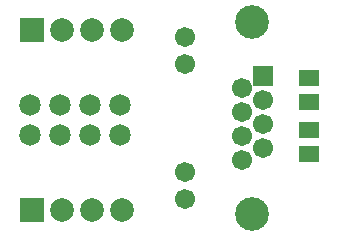
<source format=gbs>
G04 Layer: BottomSolderMaskLayer*
G04 EasyEDA v6.3.22, 2020-02-22T14:36:41+01:00*
G04 fca1b2bbbae341289ab7ee7fc42174b0,5bf1b712bda346c5934589caff60f8c7,10*
G04 Gerber Generator version 0.2*
G04 Scale: 100 percent, Rotated: No, Reflected: No *
G04 Dimensions in inches *
G04 leading zeros omitted , absolute positions ,2 integer and 4 decimal *
%FSLAX24Y24*%
%MOIN*%
G90*
G70D02*

%ADD25C,0.067000*%
%ADD27C,0.112000*%
%ADD28C,0.071937*%
%ADD30C,0.078866*%

%LPD*%
G54D25*
G01X7750Y2400D03*
G36*
G01X8115Y4865D02*
G01X8115Y5534D01*
G01X8785Y5534D01*
G01X8785Y4865D01*
G01X8115Y4865D01*
G37*
G01X8451Y3600D03*
G01X8451Y4400D03*
G01X7750Y4000D03*
G01X7750Y4800D03*
G01X8451Y2800D03*
G54D27*
G01X8101Y6990D03*
G01X8101Y609D03*
G54D25*
G01X7750Y3200D03*
G01X5852Y2001D03*
G01X5852Y1098D03*
G01X5852Y6501D03*
G01X5852Y5598D03*
G54D28*
G01X700Y3250D03*
G01X700Y4250D03*
G01X1700Y3250D03*
G01X1700Y4250D03*
G01X2700Y3250D03*
G01X2700Y4250D03*
G01X3700Y3250D03*
G01X3700Y4250D03*
G36*
G01X356Y355D02*
G01X356Y1144D01*
G01X1143Y1144D01*
G01X1143Y355D01*
G01X356Y355D01*
G37*
G54D30*
G01X1750Y750D03*
G01X2750Y750D03*
G01X3750Y750D03*
G36*
G01X356Y6355D02*
G01X356Y7144D01*
G01X1143Y7144D01*
G01X1143Y6355D01*
G01X356Y6355D01*
G37*
G01X1750Y6750D03*
G01X2750Y6750D03*
G01X3750Y6750D03*
G36*
G01X9675Y3132D02*
G01X9675Y3667D01*
G01X10325Y3667D01*
G01X10325Y3132D01*
G01X9675Y3132D01*
G37*
G36*
G01X9675Y2332D02*
G01X9675Y2867D01*
G01X10325Y2867D01*
G01X10325Y2332D01*
G01X9675Y2332D01*
G37*
G36*
G01X9675Y4082D02*
G01X9675Y4617D01*
G01X10325Y4617D01*
G01X10325Y4082D01*
G01X9675Y4082D01*
G37*
G36*
G01X9675Y4882D02*
G01X9675Y5417D01*
G01X10325Y5417D01*
G01X10325Y4882D01*
G01X9675Y4882D01*
G37*
M00*
M02*

</source>
